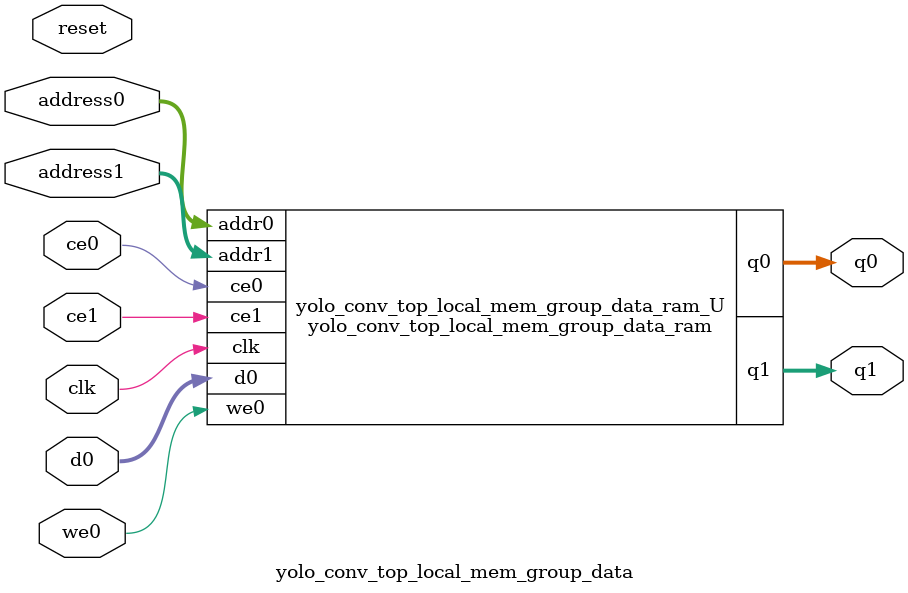
<source format=v>
`timescale 1 ns / 1 ps
module yolo_conv_top_local_mem_group_data_ram (addr0, ce0, d0, we0, q0, addr1, ce1, q1,  clk);

parameter DWIDTH = 16;
parameter AWIDTH = 6;
parameter MEM_SIZE = 48;

input[AWIDTH-1:0] addr0;
input ce0;
input[DWIDTH-1:0] d0;
input we0;
output reg[DWIDTH-1:0] q0;
input[AWIDTH-1:0] addr1;
input ce1;
output reg[DWIDTH-1:0] q1;
input clk;

(* ram_style = "distributed" *)reg [DWIDTH-1:0] ram[0:MEM_SIZE-1];




always @(posedge clk)  
begin 
    if (ce0) 
    begin
        if (we0) 
        begin 
            ram[addr0] <= d0; 
        end 
        q0 <= ram[addr0];
    end
end


always @(posedge clk)  
begin 
    if (ce1) 
    begin
        q1 <= ram[addr1];
    end
end


endmodule

`timescale 1 ns / 1 ps
module yolo_conv_top_local_mem_group_data(
    reset,
    clk,
    address0,
    ce0,
    we0,
    d0,
    q0,
    address1,
    ce1,
    q1);

parameter DataWidth = 32'd16;
parameter AddressRange = 32'd48;
parameter AddressWidth = 32'd6;
input reset;
input clk;
input[AddressWidth - 1:0] address0;
input ce0;
input we0;
input[DataWidth - 1:0] d0;
output[DataWidth - 1:0] q0;
input[AddressWidth - 1:0] address1;
input ce1;
output[DataWidth - 1:0] q1;



yolo_conv_top_local_mem_group_data_ram yolo_conv_top_local_mem_group_data_ram_U(
    .clk( clk ),
    .addr0( address0 ),
    .ce0( ce0 ),
    .we0( we0 ),
    .d0( d0 ),
    .q0( q0 ),
    .addr1( address1 ),
    .ce1( ce1 ),
    .q1( q1 ));

endmodule


</source>
